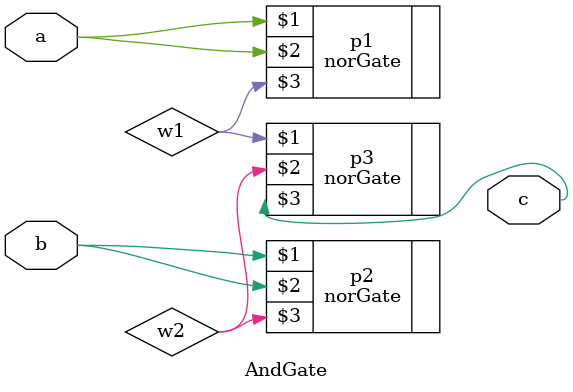
<source format=v>
`include "NorGate.v"

module AndGate(a, b, c);
    input a, b;
    output c;

    wire  w1, w2;
    
    norGate p1(a, a, w1);
    norGate p2(b, b, w2);
    norGate p3(w1, w2, c);

endmodule
</source>
